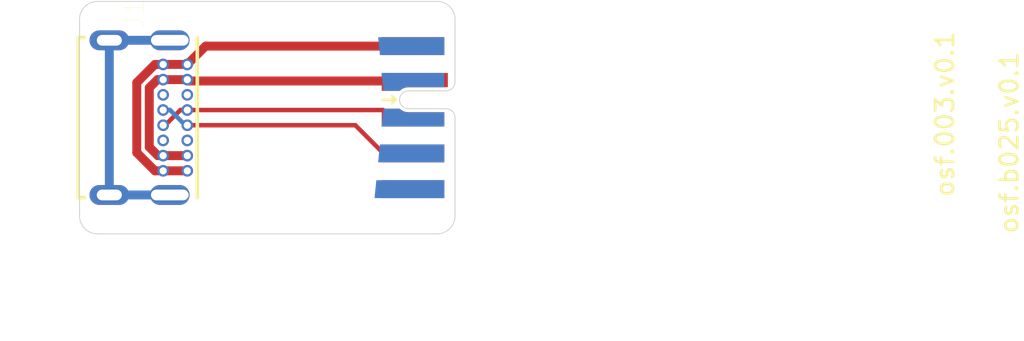
<source format=kicad_pcb>
(kicad_pcb (version 20171130) (host pcbnew "(5.1.10)-1")

  (general
    (thickness 1.6)
    (drawings 14)
    (tracks 33)
    (zones 0)
    (modules 2)
    (nets 6)
  )

  (page A4)
  (layers
    (0 F.Cu signal)
    (31 B.Cu signal)
    (32 B.Adhes user)
    (33 F.Adhes user)
    (34 B.Paste user)
    (35 F.Paste user)
    (36 B.SilkS user)
    (37 F.SilkS user)
    (38 B.Mask user)
    (39 F.Mask user)
    (40 Dwgs.User user)
    (41 Cmts.User user)
    (42 Eco1.User user)
    (43 Eco2.User user)
    (44 Edge.Cuts user)
    (45 Margin user)
    (46 B.CrtYd user)
    (47 F.CrtYd user)
    (48 B.Fab user)
    (49 F.Fab user)
  )

  (setup
    (last_trace_width 0.25)
    (user_trace_width 0.5)
    (trace_clearance 0.2)
    (zone_clearance 0.508)
    (zone_45_only no)
    (trace_min 0.2)
    (via_size 0.8)
    (via_drill 0.4)
    (via_min_size 0.4)
    (via_min_drill 0.3)
    (uvia_size 0.3)
    (uvia_drill 0.1)
    (uvias_allowed no)
    (uvia_min_size 0.2)
    (uvia_min_drill 0.1)
    (edge_width 0.05)
    (segment_width 0.2)
    (pcb_text_width 0.3)
    (pcb_text_size 1.5 1.5)
    (mod_edge_width 0.12)
    (mod_text_size 1 1)
    (mod_text_width 0.15)
    (pad_size 1.524 1.524)
    (pad_drill 0.762)
    (pad_to_mask_clearance 0.051)
    (solder_mask_min_width 0.25)
    (aux_axis_origin 0 0)
    (visible_elements 7FFFFFFF)
    (pcbplotparams
      (layerselection 0x010fc_ffffffff)
      (usegerberextensions false)
      (usegerberattributes false)
      (usegerberadvancedattributes false)
      (creategerberjobfile false)
      (excludeedgelayer true)
      (linewidth 0.100000)
      (plotframeref false)
      (viasonmask false)
      (mode 1)
      (useauxorigin false)
      (hpglpennumber 1)
      (hpglpenspeed 20)
      (hpglpendiameter 15.000000)
      (psnegative false)
      (psa4output false)
      (plotreference true)
      (plotvalue true)
      (plotinvisibletext false)
      (padsonsilk false)
      (subtractmaskfromsilk false)
      (outputformat 1)
      (mirror false)
      (drillshape 0)
      (scaleselection 1)
      (outputdirectory "gerber"))
  )

  (net 0 "")
  (net 1 GND)
  (net 2 "Net-(J1-PadP1)")
  (net 3 "Net-(J1-PadA4)")
  (net 4 "Net-(J1-PadA7)")
  (net 5 "Net-(J1-PadA6)")

  (net_class Default "This is the default net class."
    (clearance 0.2)
    (trace_width 0.25)
    (via_dia 0.8)
    (via_drill 0.4)
    (uvia_dia 0.3)
    (uvia_drill 0.1)
    (add_net GND)
    (add_net "Net-(J1-PadA4)")
    (add_net "Net-(J1-PadA5)")
    (add_net "Net-(J1-PadA6)")
    (add_net "Net-(J1-PadA7)")
    (add_net "Net-(J1-PadA8)")
    (add_net "Net-(J1-PadB5)")
    (add_net "Net-(J1-PadB8)")
    (add_net "Net-(J1-PadP1)")
    (add_net "Net-(J2-Pad6)")
    (add_net "Net-(J2-Pad7)")
    (add_net "Net-(J2-Pad8)")
    (add_net "Net-(J2-Pad9)")
  )

  (module on_edge:on_edge_2x05_host (layer F.Cu) (tedit 607DF692) (tstamp 60AFAEAE)
    (at 151 90.5 270)
    (path /60AFBD2D)
    (attr virtual)
    (fp_text reference J2 (at 0.05 -3.2 180 unlocked) (layer F.Fab)
      (effects (font (size 0.5 0.5) (thickness 0.125)))
    )
    (fp_text value 008_USB (at -1.2 -2 90) (layer F.Fab)
      (effects (font (size 1 1) (thickness 0.15)))
    )
    (fp_arc (start 0 0.5) (end 0 0) (angle -90) (layer Edge.Cuts) (width 0.05))
    (fp_arc (start -2 0.5) (end -1.5 0.5) (angle -90) (layer Edge.Cuts) (width 0.05))
    (fp_arc (start -1 2.6) (end -1.5 2.6) (angle -180) (layer Edge.Cuts) (width 0.05))
    (fp_line (start 5 -0.5) (end 5 5) (layer B.CrtYd) (width 0.05))
    (fp_line (start -5 -0.5) (end 5 -0.5) (layer B.CrtYd) (width 0.05))
    (fp_line (start -5 5) (end -5 -0.5) (layer B.CrtYd) (width 0.05))
    (fp_line (start 5 5) (end -5 5) (layer B.CrtYd) (width 0.05))
    (fp_line (start -5 -0.5) (end -5 5) (layer F.CrtYd) (width 0.05))
    (fp_line (start 5 -0.5) (end -5 -0.5) (layer F.CrtYd) (width 0.05))
    (fp_line (start 5 5) (end 5 -0.5) (layer F.CrtYd) (width 0.05))
    (fp_line (start -5 5) (end 5 5) (layer F.CrtYd) (width 0.05))
    (fp_line (start 0 0) (end 4 0) (layer Edge.Cuts) (width 0.05))
    (fp_line (start -4 0) (end -2 0) (layer Edge.Cuts) (width 0.05))
    (fp_line (start -0.5 2.6) (end -0.5 0.5) (layer Edge.Cuts) (width 0.05))
    (fp_line (start -1.5 0.5) (end -1.5 2.6) (layer Edge.Cuts) (width 0.05))
    (fp_line (start -1 3.323) (end -1.2 3.523) (layer F.SilkS) (width 0.153))
    (fp_line (start -0.8 3.523) (end -1 3.323) (layer F.SilkS) (width 0.153))
    (fp_line (start -1 4.05) (end -1 3.323) (layer F.SilkS) (width 0.153))
    (pad 2 smd custom (at -2 3.6 270) (size 1 1) (layers F.Cu F.Mask)
      (net 3 "Net-(J1-PadA4)") (zone_connect 0)
      (options (clearance outline) (anchor rect))
      (primitives
        (gr_poly (pts
           (xy 0.3 -0.99) (xy 0.31 -0.88) (xy 0.33 -0.8) (xy 0.35 -0.74) (xy 0.37 -0.69)
           (xy 0.4 -0.64) (xy 0.44 -0.58) (xy 0.48 -0.53) (xy 0.5 -0.51) (xy 0.5 0.5)
           (xy -0.5 0.5) (xy -0.5 -3.2) (xy 0.3 -3.2)) (width 0))
      ))
    (pad 3 smd custom (at 0 3.6 270) (size 1 1) (layers F.Cu F.Mask)
      (net 5 "Net-(J1-PadA6)") (zone_connect 0)
      (options (clearance outline) (anchor rect))
      (primitives
        (gr_poly (pts
           (xy -0.3 -0.99) (xy -0.31 -0.88) (xy -0.33 -0.8) (xy -0.35 -0.74) (xy -0.37 -0.69)
           (xy -0.4 -0.64) (xy -0.44 -0.58) (xy -0.48 -0.53) (xy -0.5 -0.51) (xy -0.5 0.5)
           (xy 0.5 0.5) (xy 0.5 -3) (xy -0.3 -3)) (width 0))
      ))
    (pad 8 smd custom (at 0 2.1 90) (size 0.4 0.4) (layers B.Cu B.Mask)
      (zone_connect 0)
      (options (clearance outline) (anchor rect))
      (primitives
        (gr_poly (pts
           (xy 0.3 -0.51) (xy 0.31 -0.62) (xy 0.33 -0.7) (xy 0.35 -0.76) (xy 0.37 -0.81)
           (xy 0.4 -0.86) (xy 0.44 -0.92) (xy 0.48 -0.97) (xy 0.5 -0.99) (xy 0.5 -1.9)
           (xy -0.5 -2) (xy -0.5 1.5) (xy 0.3 1.5)) (width 0))
      ))
    (pad 7 smd custom (at -2 2.1 90) (size 0.4 0.4) (layers B.Cu B.Mask)
      (zone_connect 0)
      (options (clearance outline) (anchor rect))
      (primitives
        (gr_poly (pts
           (xy -0.3 -0.51) (xy -0.31 -0.62) (xy -0.33 -0.7) (xy -0.35 -0.76) (xy -0.37 -0.81)
           (xy -0.4 -0.86) (xy -0.44 -0.92) (xy -0.48 -0.97) (xy -0.5 -0.99) (xy -0.5 -1.9)
           (xy 0.5 -2) (xy 0.5 1.5) (xy -0.3 1.5)) (width 0))
      ))
    (pad 4 smd rect (at 2 2.35 270) (size 1 3.5) (layers F.Cu F.Mask)
      (net 4 "Net-(J1-PadA7)") (zone_connect 0))
    (pad 10 smd custom (at 4 2.5 90) (size 1 3.8) (layers B.Cu B.Mask)
      (zone_connect 0)
      (options (clearance outline) (anchor rect))
      (primitives
        (gr_poly (pts
           (xy 0.5 -1.9) (xy -0.5 -2) (xy -0.5 -1.9)) (width 0))
      ))
    (pad 9 smd custom (at 2 2.4 90) (size 1 3.6) (layers B.Cu B.Mask)
      (zone_connect 0)
      (options (clearance outline) (anchor rect))
      (primitives
        (gr_poly (pts
           (xy 0.5 -1.8) (xy -0.5 -1.9) (xy -0.5 -1.8)) (width 0))
      ))
    (pad 6 smd custom (at -4 2.4 90) (size 1 3.6) (layers B.Cu B.Mask)
      (zone_connect 0)
      (options (clearance outline) (anchor rect))
      (primitives
        (gr_poly (pts
           (xy 0.5 -1.8) (xy 0.5 -1.9) (xy -0.5 -1.8)) (width 0))
      ))
    (pad 5 smd rect (at 4 2.35 270) (size 1 3.5) (layers F.Cu F.Mask)
      (zone_connect 0))
    (pad 1 smd rect (at -4 2.35 270) (size 1 3.5) (layers F.Cu F.Mask)
      (net 1 GND) (zone_connect 0))
  )

  (module AI-footprints:USB4085-GF-A (layer F.Cu) (tedit 5F47AB41) (tstamp 6043DD8B)
    (at 132 90.5 270)
    (path /604391F7)
    (fp_text reference J1 (at -5.8 -1.1 90) (layer F.SilkS)
      (effects (font (size 1.00015 1.00015) (thickness 0.015)))
    )
    (fp_text value USB4085 (at 9.18404 5.83792 90) (layer F.Fab)
      (effects (font (size 1.001543 1.001543) (thickness 0.015)))
    )
    (fp_line (start -5.3 2.075) (end 5.9 2.075) (layer F.Fab) (width 0.127))
    (fp_line (start -4.475 -4.585) (end 4.475 -4.585) (layer F.Fab) (width 0.1))
    (fp_line (start 4.475 -4.585) (end 4.475 4.585) (layer F.Fab) (width 0.1))
    (fp_line (start 4.475 4.585) (end -4.475 4.585) (layer F.Fab) (width 0.1))
    (fp_line (start -4.475 4.585) (end -4.475 -4.585) (layer F.Fab) (width 0.1))
    (fp_line (start -4.475 -4.585) (end 4.475 -4.585) (layer F.SilkS) (width 0.2))
    (fp_line (start -4.475 1.725) (end -4.475 2.075) (layer F.SilkS) (width 0.2))
    (fp_line (start -4.475 2.075) (end 4.475 2.075) (layer F.SilkS) (width 0.2))
    (fp_line (start 4.475 2.075) (end 4.475 1.725) (layer F.SilkS) (width 0.2))
    (fp_line (start -5.1 -4.825) (end 5.15 -4.825) (layer F.CrtYd) (width 0.05))
    (fp_line (start 5.15 -4.825) (end 5.15 4.825) (layer F.CrtYd) (width 0.05))
    (fp_line (start 5.15 4.825) (end -5.1 4.825) (layer F.CrtYd) (width 0.05))
    (fp_line (start -5.1 4.825) (end -5.1 -4.825) (layer F.CrtYd) (width 0.05))
    (fp_text user >PCB~Edge (at 5.70338 2.07623 90) (layer Dwgs.User)
      (effects (font (size 0.800472 0.800472) (thickness 0.015)))
    )
    (pad P4 thru_hole oval (at -4.325 0.335 270) (size 1.108 2.216) (drill oval 0.6 1.4) (layers *.Cu *.Mask)
      (net 2 "Net-(J1-PadP1)"))
    (pad P3 thru_hole oval (at 4.325 0.335 270) (size 1.108 2.216) (drill oval 0.6 1.4) (layers *.Cu *.Mask)
      (net 2 "Net-(J1-PadP1)"))
    (pad P2 thru_hole oval (at 4.325 -3.045 270) (size 1.108 2.216) (drill oval 0.6 2.1) (layers *.Cu *.Mask)
      (net 2 "Net-(J1-PadP1)"))
    (pad P1 thru_hole oval (at -4.325 -3.045 270) (size 1.108 2.216) (drill oval 0.6 2.1) (layers *.Cu *.Mask)
      (net 2 "Net-(J1-PadP1)"))
    (pad B12 thru_hole circle (at -2.975 -2.675 270) (size 0.65 0.65) (drill 0.4) (layers *.Cu *.Mask)
      (net 1 GND))
    (pad B9 thru_hole circle (at -2.125 -2.675 270) (size 0.65 0.65) (drill 0.4) (layers *.Cu *.Mask)
      (net 3 "Net-(J1-PadA4)"))
    (pad B8 thru_hole circle (at -1.275 -2.675 270) (size 0.65 0.65) (drill 0.4) (layers *.Cu *.Mask))
    (pad B7 thru_hole circle (at -0.425 -2.675 270) (size 0.65 0.65) (drill 0.4) (layers *.Cu *.Mask)
      (net 4 "Net-(J1-PadA7)"))
    (pad B6 thru_hole circle (at 0.425 -2.675 270) (size 0.65 0.65) (drill 0.4) (layers *.Cu *.Mask)
      (net 5 "Net-(J1-PadA6)"))
    (pad B5 thru_hole circle (at 1.275 -2.675 270) (size 0.65 0.65) (drill 0.4) (layers *.Cu *.Mask))
    (pad B4 thru_hole circle (at 2.125 -2.675 270) (size 0.65 0.65) (drill 0.4) (layers *.Cu *.Mask)
      (net 3 "Net-(J1-PadA4)"))
    (pad B1 thru_hole circle (at 2.975 -2.675 270) (size 0.65 0.65) (drill 0.4) (layers *.Cu *.Mask)
      (net 1 GND))
    (pad A12 thru_hole circle (at 2.975 -4.025 270) (size 0.65 0.65) (drill 0.4) (layers *.Cu *.Mask)
      (net 1 GND))
    (pad A9 thru_hole circle (at 2.125 -4.025 270) (size 0.65 0.65) (drill 0.4) (layers *.Cu *.Mask)
      (net 3 "Net-(J1-PadA4)"))
    (pad A8 thru_hole circle (at 1.275 -4.025 270) (size 0.65 0.65) (drill 0.4) (layers *.Cu *.Mask))
    (pad A7 thru_hole circle (at 0.425 -4.025 270) (size 0.65 0.65) (drill 0.4) (layers *.Cu *.Mask)
      (net 4 "Net-(J1-PadA7)"))
    (pad A6 thru_hole circle (at -0.425 -4.025 270) (size 0.65 0.65) (drill 0.4) (layers *.Cu *.Mask)
      (net 5 "Net-(J1-PadA6)"))
    (pad A5 thru_hole circle (at -1.275 -4.025 270) (size 0.65 0.65) (drill 0.4) (layers *.Cu *.Mask))
    (pad A4 thru_hole circle (at -2.125 -4.025 270) (size 0.65 0.65) (drill 0.4) (layers *.Cu *.Mask)
      (net 3 "Net-(J1-PadA4)"))
    (pad A1 thru_hole circle (at -2.975 -4.025 270) (size 0.65 0.65) (drill 0.4) (layers *.Cu *.Mask)
      (net 1 GND))
    (model C:/Users/marie/OneDrive/Dokumente/Arbeit/PCBs/aiKiCad_Bibliotheken/AI-3D-models/USB4085-GF-A.STEP
      (offset (xyz 0 0 -0.25))
      (scale (xyz 1 1 1))
      (rotate (xyz -90 0 0))
    )
  )

  (gr_text osf.003.v0.1 (at 178.4 90.3 90) (layer F.SilkS)
    (effects (font (size 1 1) (thickness 0.15)))
  )
  (gr_line (start 130 94.5) (end 130 86.5) (layer Edge.Cuts) (width 0.05) (tstamp 6043EF56))
  (gr_line (start 150 84) (end 150 84) (layer Edge.Cuts) (width 0.05) (tstamp 6043EF54))
  (gr_line (start 151 86.5) (end 151 85) (layer Edge.Cuts) (width 0.05) (tstamp 6043EF53))
  (gr_line (start 151 96) (end 151 94.5) (layer Edge.Cuts) (width 0.05))
  (gr_line (start 130 86.5) (end 130 85) (layer Edge.Cuts) (width 0.05) (tstamp 6034C7F0))
  (gr_line (start 130 96) (end 130 94.5) (layer Edge.Cuts) (width 0.05))
  (gr_text osf.b025.v0.1 (at 182 91.9 90) (layer F.SilkS)
    (effects (font (size 1 1) (thickness 0.15)))
  )
  (gr_arc (start 150 96) (end 150 97) (angle -90) (layer Edge.Cuts) (width 0.05))
  (gr_arc (start 131 96) (end 130 96) (angle -90) (layer Edge.Cuts) (width 0.05))
  (gr_arc (start 131 85) (end 131 84) (angle -90) (layer Edge.Cuts) (width 0.05))
  (gr_arc (start 150 85) (end 151 85) (angle -90) (layer Edge.Cuts) (width 0.05))
  (gr_line (start 150 97) (end 131 97) (layer Edge.Cuts) (width 0.05))
  (gr_line (start 131 84) (end 150 84) (layer Edge.Cuts) (width 0.05))

  (segment (start 134.675 87.525) (end 136.025 87.525) (width 0.5) (layer F.Cu) (net 1))
  (segment (start 134.675 93.475) (end 136.025 93.475) (width 0.5) (layer F.Cu) (net 1))
  (segment (start 134.215381 87.525) (end 134.675 87.525) (width 0.5) (layer F.Cu) (net 1))
  (segment (start 133.199988 92.459607) (end 133.199988 88.540393) (width 0.5) (layer F.Cu) (net 1))
  (segment (start 134.215381 93.475) (end 133.199988 92.459607) (width 0.5) (layer F.Cu) (net 1))
  (segment (start 133.199988 88.540393) (end 134.215381 87.525) (width 0.5) (layer F.Cu) (net 1))
  (segment (start 134.675 93.475) (end 134.215381 93.475) (width 0.5) (layer F.Cu) (net 1))
  (segment (start 137.05 86.5) (end 136.025 87.525) (width 0.5) (layer F.Cu) (net 1))
  (segment (start 148.65 86.5) (end 137.05 86.5) (width 0.5) (layer F.Cu) (net 1))
  (segment (start 136.025 92.625) (end 134.675 92.625) (width 0.5) (layer F.Cu) (net 3))
  (segment (start 133.899999 92.147002) (end 133.899999 88.830346) (width 0.5) (layer F.Cu) (net 3))
  (segment (start 134.355345 88.375) (end 134.675 88.375) (width 0.5) (layer F.Cu) (net 3))
  (segment (start 134.675 92.625) (end 134.377997 92.625) (width 0.5) (layer F.Cu) (net 3))
  (segment (start 133.899999 88.830346) (end 134.355345 88.375) (width 0.5) (layer F.Cu) (net 3))
  (segment (start 134.377997 92.625) (end 133.899999 92.147002) (width 0.5) (layer F.Cu) (net 3))
  (segment (start 135.045 94.825) (end 131.665 94.825) (width 0.5) (layer B.Cu) (net 2))
  (segment (start 131.665 86.175) (end 131.665 94.825) (width 0.5) (layer B.Cu) (net 2))
  (segment (start 135.045 86.175) (end 131.665 86.175) (width 0.5) (layer B.Cu) (net 2))
  (segment (start 136.099999 88.449999) (end 136.025 88.375) (width 0.5) (layer F.Cu) (net 3))
  (segment (start 147.349999 88.449999) (end 136.099999 88.449999) (width 0.5) (layer F.Cu) (net 3))
  (segment (start 147.4 88.5) (end 147.349999 88.449999) (width 0.5) (layer F.Cu) (net 3))
  (segment (start 134.675 88.375) (end 136.025 88.375) (width 0.5) (layer F.Cu) (net 3))
  (segment (start 148.65 92.5) (end 147 92.5) (width 0.25) (layer F.Cu) (net 4))
  (segment (start 145.425 90.925) (end 136.025 90.925) (width 0.25) (layer F.Cu) (net 4))
  (segment (start 147 92.5) (end 145.425 90.925) (width 0.25) (layer F.Cu) (net 4))
  (segment (start 135.912998 90.925) (end 136.025 90.925) (width 0.25) (layer B.Cu) (net 4))
  (segment (start 135.062998 90.075) (end 135.912998 90.925) (width 0.25) (layer B.Cu) (net 4))
  (segment (start 134.675 90.075) (end 135.062998 90.075) (width 0.25) (layer B.Cu) (net 4))
  (segment (start 146.975 90.075) (end 136.025 90.075) (width 0.25) (layer F.Cu) (net 5))
  (segment (start 147.4 90.5) (end 146.975 90.075) (width 0.25) (layer F.Cu) (net 5))
  (segment (start 134.787002 90.925) (end 134.675 90.925) (width 0.25) (layer F.Cu) (net 5))
  (segment (start 135.637002 90.075) (end 134.787002 90.925) (width 0.25) (layer F.Cu) (net 5))
  (segment (start 136.025 90.075) (end 135.637002 90.075) (width 0.25) (layer F.Cu) (net 5))

)

</source>
